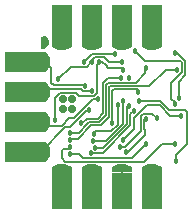
<source format=gbl>
G04 DipTrace 2.4.0.2*
%INECGNCHADCBFR0402.gbl*%
%MOMM*%
%ADD13C,0.127*%
%ADD20R,1.7X1.6*%
%ADD22R,1.7X2.032*%
%ADD24R,1.6X1.7*%
%ADD25R,2.032X1.7*%
%ADD38C,0.711*%
%ADD41C,0.457*%
%FSLAX53Y53*%
G04*
G71*
G90*
G75*
G01*
%LNBottom*%
%LPD*%
X20317Y18869D2*
D13*
Y19121D1*
X18256D1*
X18094Y18959D1*
Y16233D1*
X18089D1*
X15818Y19417D2*
Y19440D1*
X13198D1*
X12963Y19674D1*
Y20915D1*
X12441Y21438D1*
X11278D1*
X10008D1*
X11278Y18898D2*
X12498D1*
Y19146D1*
X15455D1*
X15610Y18991D1*
X16366D1*
X12441Y18898D2*
X11278D1*
X10008D1*
X23897Y16879D2*
X23010D1*
X22115Y17774D1*
X21033D1*
X19940Y16681D1*
Y15744D1*
X19056Y14860D1*
X16863Y18279D2*
X16479D1*
X14849Y16649D1*
X14423D1*
X13818Y16044D1*
X10964D1*
X11278Y16358D1*
X12441D2*
X11278D1*
X10008D1*
X18771Y14227D2*
X19202D1*
X20534Y15559D1*
Y16854D1*
X20721Y17041D1*
X21513D1*
X21874Y16680D1*
X19232Y13769D2*
Y13659D1*
X20846Y15273D1*
Y15773D1*
X20829Y15756D1*
Y16608D1*
X20980D1*
X11278Y13818D2*
X12055D1*
X14147Y15910D1*
X14523D1*
X15986Y17373D1*
X16180D1*
X12441Y13818D2*
X11278D1*
X10008D1*
X18571Y17780D2*
Y16112D1*
X18006Y15547D1*
X16721D1*
X16529Y15355D1*
X18317Y22122D2*
X16376D1*
X15716Y21462D1*
X13818Y22816D2*
Y23978D1*
Y25248D1*
Y12441D2*
Y11278D1*
Y10008D1*
X18898Y22816D2*
Y23978D1*
Y25248D1*
X21438Y22816D2*
Y23978D1*
Y25248D1*
Y12441D2*
Y11278D1*
Y10008D1*
X18898Y12443D2*
Y11278D1*
Y10008D1*
X14531Y15410D2*
X15251D1*
X16004Y16162D1*
Y16191D1*
X16158Y16345D1*
X16997D1*
X17558Y16906D1*
Y19499D1*
X17712Y19653D1*
X20097D1*
X20911Y20467D1*
Y20896D1*
X20896D1*
X20957Y20956D1*
X23387Y17906D2*
Y18041D1*
X23111Y18318D1*
Y19644D1*
X24030Y20563D1*
Y21363D1*
X23912Y21482D1*
X20857D1*
X20011Y22328D1*
X23465Y13075D2*
Y13541D1*
X24446Y14522D1*
Y17174D1*
X24266Y17354D1*
X22908D1*
X22145Y18117D1*
X20390D1*
X23447Y14485D2*
X22293D1*
X20810Y13002D1*
X14107D1*
X13832Y13276D1*
Y13881D1*
X13978Y14027D1*
X14351D1*
X14549Y14225D1*
X16358Y22813D2*
Y23978D1*
Y25248D1*
Y12441D2*
Y11278D1*
Y10008D1*
X14549Y13633D2*
X15307D1*
X15639Y13300D1*
X19790D1*
X20956Y14467D1*
X23559Y20780D2*
X22636D1*
X21242Y19386D1*
X17931D1*
X17820Y19275D1*
Y16746D1*
X17145Y16072D1*
X16329D1*
X15191Y14934D1*
X14647D1*
X14531Y14817D1*
X23459Y22207D2*
X23609D1*
X24306Y21510D1*
Y20317D1*
X23722Y19734D1*
Y18401D1*
X16505Y14759D2*
X17590D1*
X19041Y16211D1*
Y18156D1*
X19032Y18165D1*
X18968Y21394D2*
X17851D1*
X17383Y21863D1*
X16656D1*
X16220Y21427D1*
X16395D1*
X16345D1*
X15949Y21031D1*
X14630D1*
X13551Y19952D1*
X19526Y17737D2*
X19375D1*
Y16183D1*
X17332Y14140D1*
X16686D1*
X16650Y14176D1*
X16980Y21424D2*
X17270D1*
X17551Y21143D1*
X17565D1*
X17782Y20926D1*
X18859D1*
X18996Y20790D1*
X13237Y16496D2*
Y18399D1*
X13657Y18819D1*
X15053D1*
X15323Y18549D1*
X16536D1*
X16785Y18798D1*
Y21201D1*
X17008Y21424D1*
X16980D1*
X16283Y13722D2*
X17284D1*
X19651Y16089D1*
Y17011D1*
X19962Y17321D1*
X18840Y20079D2*
X17756D1*
X17296Y19619D1*
Y17071D1*
X16860Y16635D1*
X15944D1*
X15586Y16277D1*
X15422D1*
X15474Y16225D1*
D41*
X18571Y17780D3*
X19032Y18165D3*
X19526Y17737D3*
X19962Y17321D3*
X20980Y16608D3*
X20390Y18117D3*
X18317Y22122D3*
X18968Y21394D3*
X18996Y20790D3*
X18840Y20079D3*
X15716Y21462D3*
X16395Y21427D3*
X13551Y19952D3*
X16980Y21424D3*
X13237Y16496D3*
X15474Y16225D3*
X15818Y19417D3*
X16180Y17373D3*
X21874Y16680D3*
X23387Y17906D3*
X14531Y15410D3*
Y14817D3*
X14549Y14225D3*
Y13633D3*
X16283Y13722D3*
X16650Y14176D3*
X16505Y14759D3*
X16529Y15355D3*
X18089Y16233D3*
X23897Y16879D3*
X18771Y14227D3*
X19232Y13769D3*
X20317Y18869D3*
X20011Y22328D3*
X20957Y20956D3*
X23459Y22207D3*
X23559Y20780D3*
X23722Y18401D3*
X23465Y13075D3*
X23447Y14485D3*
X20956Y14467D3*
X19563Y20083D3*
X16863Y18279D3*
X16366Y18991D3*
X19056Y14860D3*
D20*
X18898Y23978D3*
X21438D3*
G36*
X20588Y22718D2*
Y23183D1*
X22288D1*
Y22718D1*
X21763Y22448D1*
X21113D1*
X20588Y22718D1*
G37*
G36*
X18048D2*
Y23183D1*
X19748D1*
Y22718D1*
X19223Y22448D1*
X18573D1*
X18048Y22718D1*
G37*
D22*
X18898Y25248D3*
X21438D3*
D20*
X18898Y11278D3*
X21438D3*
D22*
X18898Y10008D3*
X21438D3*
G36*
X22288Y12538D2*
Y12073D1*
X20588D1*
Y12538D1*
X21113Y12808D1*
X21763D1*
X22288Y12538D1*
G37*
G36*
X19748D2*
Y12078D1*
X18048D1*
Y12538D1*
X18573Y12808D1*
X19223D1*
X19748Y12538D1*
G37*
D24*
X11278Y13818D3*
Y16358D3*
Y18898D3*
Y21438D3*
G36*
X12538Y15508D2*
X12073D1*
Y17208D1*
X12538D1*
X12808Y16683D1*
Y16033D1*
X12538Y15508D1*
G37*
G36*
Y12968D2*
X12073D1*
Y14668D1*
X12538D1*
X12808Y14143D1*
Y13493D1*
X12538Y12968D1*
G37*
G36*
Y20588D2*
X12073D1*
Y22288D1*
X12538D1*
X12808Y21763D1*
Y21113D1*
X12538Y20588D1*
G37*
G36*
Y18048D2*
X12073D1*
Y19748D1*
X12538D1*
X12808Y19223D1*
Y18573D1*
X12538Y18048D1*
G37*
D25*
X10008Y21438D3*
Y18898D3*
Y16358D3*
Y13818D3*
D20*
X16358Y11278D3*
X13818D3*
G36*
X14668Y12538D2*
Y12073D1*
X12968D1*
Y12538D1*
X13493Y12808D1*
X14143D1*
X14668Y12538D1*
G37*
G36*
X17208D2*
Y12073D1*
X15508D1*
Y12538D1*
X16033Y12808D1*
X16683D1*
X17208Y12538D1*
G37*
D22*
X16358Y10008D3*
X13818D3*
D20*
X16358Y23978D3*
X13818D3*
D22*
X16358Y25248D3*
X13818D3*
G36*
X12968Y22718D2*
Y23183D1*
X14668D1*
Y22718D1*
X14143Y22448D1*
X13493D1*
X12968Y22718D1*
G37*
G36*
X15508D2*
Y23178D1*
X17208D1*
Y22718D1*
X16683Y22448D1*
X16033D1*
X15508Y22718D1*
G37*
D38*
X14696Y18255D3*
X13902D3*
Y17461D3*
X14696D3*
G36*
X12114Y22538D2*
X12304Y22567D1*
X12451Y22627D1*
X12545Y22703D1*
X12622Y22779D1*
X12685Y22892D1*
X12710Y22957D1*
X12731Y23052D1*
X12741Y23103D1*
X12746Y23185D1*
X12723Y23250D1*
X12685Y23288D1*
X12660Y23314D1*
X12647Y23378D1*
X12652Y23403D1*
X12667Y23454D1*
X12698Y23481D1*
X12616Y23580D1*
X12540Y23530D1*
X12522D1*
X12486Y23619D1*
X12431Y23631D1*
X12329Y23641D1*
X12436Y23389D1*
Y23357D1*
X12428Y23314D1*
X12406Y23304D1*
X12355Y23324D1*
X12291Y23439D1*
X12220Y23611D1*
X12170Y23586D1*
X12115Y23522D1*
X12190Y23332D1*
X12152Y23338D1*
X12114D1*
Y22538D1*
G37*
M02*

</source>
